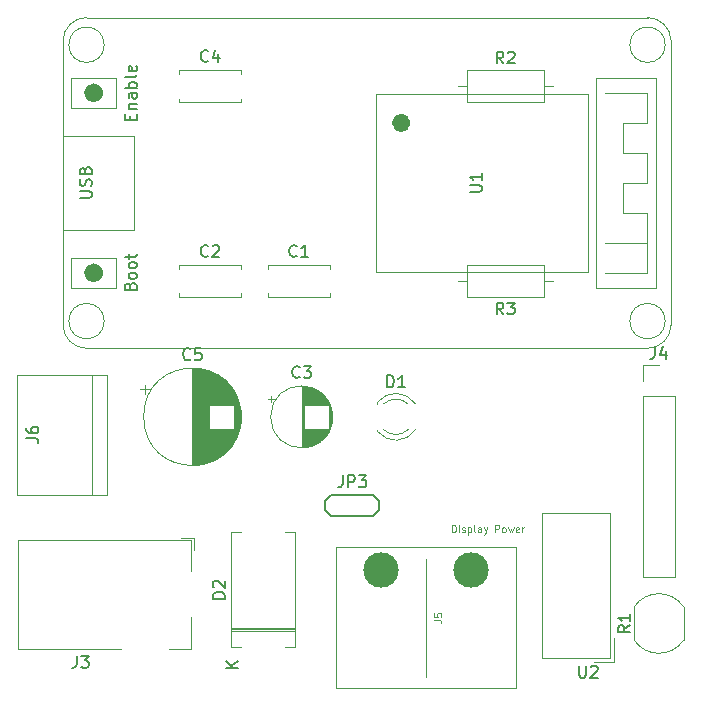
<source format=gbr>
%TF.GenerationSoftware,KiCad,Pcbnew,8.0.7-unknown-202501031821~9d36205ced~ubuntu20.04.1*%
%TF.CreationDate,2025-01-13T23:31:32-03:00*%
%TF.ProjectId,Wise-Shield-32,57697365-2d53-4686-9965-6c642d33322e,rev?*%
%TF.SameCoordinates,Original*%
%TF.FileFunction,Legend,Top*%
%TF.FilePolarity,Positive*%
%FSLAX46Y46*%
G04 Gerber Fmt 4.6, Leading zero omitted, Abs format (unit mm)*
G04 Created by KiCad (PCBNEW 8.0.7-unknown-202501031821~9d36205ced~ubuntu20.04.1) date 2025-01-13 23:31:32*
%MOMM*%
%LPD*%
G01*
G04 APERTURE LIST*
%ADD10C,0.150000*%
%ADD11C,0.125000*%
%ADD12C,0.120000*%
%ADD13C,1.000000*%
%ADD14C,0.800000*%
%ADD15C,3.000000*%
G04 APERTURE END LIST*
D10*
X125216666Y-100954819D02*
X125216666Y-101669104D01*
X125216666Y-101669104D02*
X125169047Y-101811961D01*
X125169047Y-101811961D02*
X125073809Y-101907200D01*
X125073809Y-101907200D02*
X124930952Y-101954819D01*
X124930952Y-101954819D02*
X124835714Y-101954819D01*
X125692857Y-101954819D02*
X125692857Y-100954819D01*
X125692857Y-100954819D02*
X126073809Y-100954819D01*
X126073809Y-100954819D02*
X126169047Y-101002438D01*
X126169047Y-101002438D02*
X126216666Y-101050057D01*
X126216666Y-101050057D02*
X126264285Y-101145295D01*
X126264285Y-101145295D02*
X126264285Y-101288152D01*
X126264285Y-101288152D02*
X126216666Y-101383390D01*
X126216666Y-101383390D02*
X126169047Y-101431009D01*
X126169047Y-101431009D02*
X126073809Y-101478628D01*
X126073809Y-101478628D02*
X125692857Y-101478628D01*
X126597619Y-100954819D02*
X127216666Y-100954819D01*
X127216666Y-100954819D02*
X126883333Y-101335771D01*
X126883333Y-101335771D02*
X127026190Y-101335771D01*
X127026190Y-101335771D02*
X127121428Y-101383390D01*
X127121428Y-101383390D02*
X127169047Y-101431009D01*
X127169047Y-101431009D02*
X127216666Y-101526247D01*
X127216666Y-101526247D02*
X127216666Y-101764342D01*
X127216666Y-101764342D02*
X127169047Y-101859580D01*
X127169047Y-101859580D02*
X127121428Y-101907200D01*
X127121428Y-101907200D02*
X127026190Y-101954819D01*
X127026190Y-101954819D02*
X126740476Y-101954819D01*
X126740476Y-101954819D02*
X126645238Y-101907200D01*
X126645238Y-101907200D02*
X126597619Y-101859580D01*
X121583333Y-92609580D02*
X121535714Y-92657200D01*
X121535714Y-92657200D02*
X121392857Y-92704819D01*
X121392857Y-92704819D02*
X121297619Y-92704819D01*
X121297619Y-92704819D02*
X121154762Y-92657200D01*
X121154762Y-92657200D02*
X121059524Y-92561961D01*
X121059524Y-92561961D02*
X121011905Y-92466723D01*
X121011905Y-92466723D02*
X120964286Y-92276247D01*
X120964286Y-92276247D02*
X120964286Y-92133390D01*
X120964286Y-92133390D02*
X121011905Y-91942914D01*
X121011905Y-91942914D02*
X121059524Y-91847676D01*
X121059524Y-91847676D02*
X121154762Y-91752438D01*
X121154762Y-91752438D02*
X121297619Y-91704819D01*
X121297619Y-91704819D02*
X121392857Y-91704819D01*
X121392857Y-91704819D02*
X121535714Y-91752438D01*
X121535714Y-91752438D02*
X121583333Y-91800057D01*
X121916667Y-91704819D02*
X122535714Y-91704819D01*
X122535714Y-91704819D02*
X122202381Y-92085771D01*
X122202381Y-92085771D02*
X122345238Y-92085771D01*
X122345238Y-92085771D02*
X122440476Y-92133390D01*
X122440476Y-92133390D02*
X122488095Y-92181009D01*
X122488095Y-92181009D02*
X122535714Y-92276247D01*
X122535714Y-92276247D02*
X122535714Y-92514342D01*
X122535714Y-92514342D02*
X122488095Y-92609580D01*
X122488095Y-92609580D02*
X122440476Y-92657200D01*
X122440476Y-92657200D02*
X122345238Y-92704819D01*
X122345238Y-92704819D02*
X122059524Y-92704819D01*
X122059524Y-92704819D02*
X121964286Y-92657200D01*
X121964286Y-92657200D02*
X121916667Y-92609580D01*
X98454819Y-97833333D02*
X99169104Y-97833333D01*
X99169104Y-97833333D02*
X99311961Y-97880952D01*
X99311961Y-97880952D02*
X99407200Y-97976190D01*
X99407200Y-97976190D02*
X99454819Y-98119047D01*
X99454819Y-98119047D02*
X99454819Y-98214285D01*
X98454819Y-96928571D02*
X98454819Y-97119047D01*
X98454819Y-97119047D02*
X98502438Y-97214285D01*
X98502438Y-97214285D02*
X98550057Y-97261904D01*
X98550057Y-97261904D02*
X98692914Y-97357142D01*
X98692914Y-97357142D02*
X98883390Y-97404761D01*
X98883390Y-97404761D02*
X99264342Y-97404761D01*
X99264342Y-97404761D02*
X99359580Y-97357142D01*
X99359580Y-97357142D02*
X99407200Y-97309523D01*
X99407200Y-97309523D02*
X99454819Y-97214285D01*
X99454819Y-97214285D02*
X99454819Y-97023809D01*
X99454819Y-97023809D02*
X99407200Y-96928571D01*
X99407200Y-96928571D02*
X99359580Y-96880952D01*
X99359580Y-96880952D02*
X99264342Y-96833333D01*
X99264342Y-96833333D02*
X99026247Y-96833333D01*
X99026247Y-96833333D02*
X98931009Y-96880952D01*
X98931009Y-96880952D02*
X98883390Y-96928571D01*
X98883390Y-96928571D02*
X98835771Y-97023809D01*
X98835771Y-97023809D02*
X98835771Y-97214285D01*
X98835771Y-97214285D02*
X98883390Y-97309523D01*
X98883390Y-97309523D02*
X98931009Y-97357142D01*
X98931009Y-97357142D02*
X99026247Y-97404761D01*
X128991905Y-93494819D02*
X128991905Y-92494819D01*
X128991905Y-92494819D02*
X129230000Y-92494819D01*
X129230000Y-92494819D02*
X129372857Y-92542438D01*
X129372857Y-92542438D02*
X129468095Y-92637676D01*
X129468095Y-92637676D02*
X129515714Y-92732914D01*
X129515714Y-92732914D02*
X129563333Y-92923390D01*
X129563333Y-92923390D02*
X129563333Y-93066247D01*
X129563333Y-93066247D02*
X129515714Y-93256723D01*
X129515714Y-93256723D02*
X129468095Y-93351961D01*
X129468095Y-93351961D02*
X129372857Y-93447200D01*
X129372857Y-93447200D02*
X129230000Y-93494819D01*
X129230000Y-93494819D02*
X128991905Y-93494819D01*
X130515714Y-93494819D02*
X129944286Y-93494819D01*
X130230000Y-93494819D02*
X130230000Y-92494819D01*
X130230000Y-92494819D02*
X130134762Y-92637676D01*
X130134762Y-92637676D02*
X130039524Y-92732914D01*
X130039524Y-92732914D02*
X129944286Y-92780533D01*
X113833333Y-65859580D02*
X113785714Y-65907200D01*
X113785714Y-65907200D02*
X113642857Y-65954819D01*
X113642857Y-65954819D02*
X113547619Y-65954819D01*
X113547619Y-65954819D02*
X113404762Y-65907200D01*
X113404762Y-65907200D02*
X113309524Y-65811961D01*
X113309524Y-65811961D02*
X113261905Y-65716723D01*
X113261905Y-65716723D02*
X113214286Y-65526247D01*
X113214286Y-65526247D02*
X113214286Y-65383390D01*
X113214286Y-65383390D02*
X113261905Y-65192914D01*
X113261905Y-65192914D02*
X113309524Y-65097676D01*
X113309524Y-65097676D02*
X113404762Y-65002438D01*
X113404762Y-65002438D02*
X113547619Y-64954819D01*
X113547619Y-64954819D02*
X113642857Y-64954819D01*
X113642857Y-64954819D02*
X113785714Y-65002438D01*
X113785714Y-65002438D02*
X113833333Y-65050057D01*
X114690476Y-65288152D02*
X114690476Y-65954819D01*
X114452381Y-64907200D02*
X114214286Y-65621485D01*
X114214286Y-65621485D02*
X114833333Y-65621485D01*
D11*
X132981071Y-113200000D02*
X133409642Y-113200000D01*
X133409642Y-113200000D02*
X133495357Y-113228571D01*
X133495357Y-113228571D02*
X133552500Y-113285714D01*
X133552500Y-113285714D02*
X133581071Y-113371428D01*
X133581071Y-113371428D02*
X133581071Y-113428571D01*
X132981071Y-112628571D02*
X132981071Y-112914285D01*
X132981071Y-112914285D02*
X133266785Y-112942857D01*
X133266785Y-112942857D02*
X133238214Y-112914285D01*
X133238214Y-112914285D02*
X133209642Y-112857143D01*
X133209642Y-112857143D02*
X133209642Y-112714285D01*
X133209642Y-112714285D02*
X133238214Y-112657143D01*
X133238214Y-112657143D02*
X133266785Y-112628571D01*
X133266785Y-112628571D02*
X133323928Y-112600000D01*
X133323928Y-112600000D02*
X133466785Y-112600000D01*
X133466785Y-112600000D02*
X133523928Y-112628571D01*
X133523928Y-112628571D02*
X133552500Y-112657143D01*
X133552500Y-112657143D02*
X133581071Y-112714285D01*
X133581071Y-112714285D02*
X133581071Y-112857143D01*
X133581071Y-112857143D02*
X133552500Y-112914285D01*
X133552500Y-112914285D02*
X133523928Y-112942857D01*
X134471429Y-105771071D02*
X134471429Y-105171071D01*
X134471429Y-105171071D02*
X134614286Y-105171071D01*
X134614286Y-105171071D02*
X134700000Y-105199642D01*
X134700000Y-105199642D02*
X134757143Y-105256785D01*
X134757143Y-105256785D02*
X134785714Y-105313928D01*
X134785714Y-105313928D02*
X134814286Y-105428214D01*
X134814286Y-105428214D02*
X134814286Y-105513928D01*
X134814286Y-105513928D02*
X134785714Y-105628214D01*
X134785714Y-105628214D02*
X134757143Y-105685357D01*
X134757143Y-105685357D02*
X134700000Y-105742500D01*
X134700000Y-105742500D02*
X134614286Y-105771071D01*
X134614286Y-105771071D02*
X134471429Y-105771071D01*
X135071429Y-105771071D02*
X135071429Y-105371071D01*
X135071429Y-105171071D02*
X135042857Y-105199642D01*
X135042857Y-105199642D02*
X135071429Y-105228214D01*
X135071429Y-105228214D02*
X135100000Y-105199642D01*
X135100000Y-105199642D02*
X135071429Y-105171071D01*
X135071429Y-105171071D02*
X135071429Y-105228214D01*
X135328571Y-105742500D02*
X135385714Y-105771071D01*
X135385714Y-105771071D02*
X135500000Y-105771071D01*
X135500000Y-105771071D02*
X135557143Y-105742500D01*
X135557143Y-105742500D02*
X135585714Y-105685357D01*
X135585714Y-105685357D02*
X135585714Y-105656785D01*
X135585714Y-105656785D02*
X135557143Y-105599642D01*
X135557143Y-105599642D02*
X135500000Y-105571071D01*
X135500000Y-105571071D02*
X135414286Y-105571071D01*
X135414286Y-105571071D02*
X135357143Y-105542500D01*
X135357143Y-105542500D02*
X135328571Y-105485357D01*
X135328571Y-105485357D02*
X135328571Y-105456785D01*
X135328571Y-105456785D02*
X135357143Y-105399642D01*
X135357143Y-105399642D02*
X135414286Y-105371071D01*
X135414286Y-105371071D02*
X135500000Y-105371071D01*
X135500000Y-105371071D02*
X135557143Y-105399642D01*
X135842857Y-105371071D02*
X135842857Y-105971071D01*
X135842857Y-105399642D02*
X135900000Y-105371071D01*
X135900000Y-105371071D02*
X136014285Y-105371071D01*
X136014285Y-105371071D02*
X136071428Y-105399642D01*
X136071428Y-105399642D02*
X136100000Y-105428214D01*
X136100000Y-105428214D02*
X136128571Y-105485357D01*
X136128571Y-105485357D02*
X136128571Y-105656785D01*
X136128571Y-105656785D02*
X136100000Y-105713928D01*
X136100000Y-105713928D02*
X136071428Y-105742500D01*
X136071428Y-105742500D02*
X136014285Y-105771071D01*
X136014285Y-105771071D02*
X135900000Y-105771071D01*
X135900000Y-105771071D02*
X135842857Y-105742500D01*
X136471428Y-105771071D02*
X136414285Y-105742500D01*
X136414285Y-105742500D02*
X136385714Y-105685357D01*
X136385714Y-105685357D02*
X136385714Y-105171071D01*
X136957143Y-105771071D02*
X136957143Y-105456785D01*
X136957143Y-105456785D02*
X136928571Y-105399642D01*
X136928571Y-105399642D02*
X136871428Y-105371071D01*
X136871428Y-105371071D02*
X136757143Y-105371071D01*
X136757143Y-105371071D02*
X136700000Y-105399642D01*
X136957143Y-105742500D02*
X136900000Y-105771071D01*
X136900000Y-105771071D02*
X136757143Y-105771071D01*
X136757143Y-105771071D02*
X136700000Y-105742500D01*
X136700000Y-105742500D02*
X136671428Y-105685357D01*
X136671428Y-105685357D02*
X136671428Y-105628214D01*
X136671428Y-105628214D02*
X136700000Y-105571071D01*
X136700000Y-105571071D02*
X136757143Y-105542500D01*
X136757143Y-105542500D02*
X136900000Y-105542500D01*
X136900000Y-105542500D02*
X136957143Y-105513928D01*
X137185714Y-105371071D02*
X137328571Y-105771071D01*
X137471428Y-105371071D02*
X137328571Y-105771071D01*
X137328571Y-105771071D02*
X137271428Y-105913928D01*
X137271428Y-105913928D02*
X137242857Y-105942500D01*
X137242857Y-105942500D02*
X137185714Y-105971071D01*
X138157143Y-105771071D02*
X138157143Y-105171071D01*
X138157143Y-105171071D02*
X138385714Y-105171071D01*
X138385714Y-105171071D02*
X138442857Y-105199642D01*
X138442857Y-105199642D02*
X138471428Y-105228214D01*
X138471428Y-105228214D02*
X138500000Y-105285357D01*
X138500000Y-105285357D02*
X138500000Y-105371071D01*
X138500000Y-105371071D02*
X138471428Y-105428214D01*
X138471428Y-105428214D02*
X138442857Y-105456785D01*
X138442857Y-105456785D02*
X138385714Y-105485357D01*
X138385714Y-105485357D02*
X138157143Y-105485357D01*
X138842857Y-105771071D02*
X138785714Y-105742500D01*
X138785714Y-105742500D02*
X138757143Y-105713928D01*
X138757143Y-105713928D02*
X138728571Y-105656785D01*
X138728571Y-105656785D02*
X138728571Y-105485357D01*
X138728571Y-105485357D02*
X138757143Y-105428214D01*
X138757143Y-105428214D02*
X138785714Y-105399642D01*
X138785714Y-105399642D02*
X138842857Y-105371071D01*
X138842857Y-105371071D02*
X138928571Y-105371071D01*
X138928571Y-105371071D02*
X138985714Y-105399642D01*
X138985714Y-105399642D02*
X139014286Y-105428214D01*
X139014286Y-105428214D02*
X139042857Y-105485357D01*
X139042857Y-105485357D02*
X139042857Y-105656785D01*
X139042857Y-105656785D02*
X139014286Y-105713928D01*
X139014286Y-105713928D02*
X138985714Y-105742500D01*
X138985714Y-105742500D02*
X138928571Y-105771071D01*
X138928571Y-105771071D02*
X138842857Y-105771071D01*
X139242857Y-105371071D02*
X139357143Y-105771071D01*
X139357143Y-105771071D02*
X139471428Y-105485357D01*
X139471428Y-105485357D02*
X139585714Y-105771071D01*
X139585714Y-105771071D02*
X139700000Y-105371071D01*
X140157142Y-105742500D02*
X140099999Y-105771071D01*
X140099999Y-105771071D02*
X139985714Y-105771071D01*
X139985714Y-105771071D02*
X139928571Y-105742500D01*
X139928571Y-105742500D02*
X139899999Y-105685357D01*
X139899999Y-105685357D02*
X139899999Y-105456785D01*
X139899999Y-105456785D02*
X139928571Y-105399642D01*
X139928571Y-105399642D02*
X139985714Y-105371071D01*
X139985714Y-105371071D02*
X140099999Y-105371071D01*
X140099999Y-105371071D02*
X140157142Y-105399642D01*
X140157142Y-105399642D02*
X140185714Y-105456785D01*
X140185714Y-105456785D02*
X140185714Y-105513928D01*
X140185714Y-105513928D02*
X139899999Y-105571071D01*
X140442857Y-105771071D02*
X140442857Y-105371071D01*
X140442857Y-105485357D02*
X140471428Y-105428214D01*
X140471428Y-105428214D02*
X140500000Y-105399642D01*
X140500000Y-105399642D02*
X140557142Y-105371071D01*
X140557142Y-105371071D02*
X140614285Y-105371071D01*
D10*
X135984819Y-76961904D02*
X136794342Y-76961904D01*
X136794342Y-76961904D02*
X136889580Y-76914285D01*
X136889580Y-76914285D02*
X136937200Y-76866666D01*
X136937200Y-76866666D02*
X136984819Y-76771428D01*
X136984819Y-76771428D02*
X136984819Y-76580952D01*
X136984819Y-76580952D02*
X136937200Y-76485714D01*
X136937200Y-76485714D02*
X136889580Y-76438095D01*
X136889580Y-76438095D02*
X136794342Y-76390476D01*
X136794342Y-76390476D02*
X135984819Y-76390476D01*
X136984819Y-75390476D02*
X136984819Y-75961904D01*
X136984819Y-75676190D02*
X135984819Y-75676190D01*
X135984819Y-75676190D02*
X136127676Y-75771428D01*
X136127676Y-75771428D02*
X136222914Y-75866666D01*
X136222914Y-75866666D02*
X136270533Y-75961904D01*
X107251009Y-84939047D02*
X107298628Y-84796190D01*
X107298628Y-84796190D02*
X107346247Y-84748571D01*
X107346247Y-84748571D02*
X107441485Y-84700952D01*
X107441485Y-84700952D02*
X107584342Y-84700952D01*
X107584342Y-84700952D02*
X107679580Y-84748571D01*
X107679580Y-84748571D02*
X107727200Y-84796190D01*
X107727200Y-84796190D02*
X107774819Y-84891428D01*
X107774819Y-84891428D02*
X107774819Y-85272380D01*
X107774819Y-85272380D02*
X106774819Y-85272380D01*
X106774819Y-85272380D02*
X106774819Y-84939047D01*
X106774819Y-84939047D02*
X106822438Y-84843809D01*
X106822438Y-84843809D02*
X106870057Y-84796190D01*
X106870057Y-84796190D02*
X106965295Y-84748571D01*
X106965295Y-84748571D02*
X107060533Y-84748571D01*
X107060533Y-84748571D02*
X107155771Y-84796190D01*
X107155771Y-84796190D02*
X107203390Y-84843809D01*
X107203390Y-84843809D02*
X107251009Y-84939047D01*
X107251009Y-84939047D02*
X107251009Y-85272380D01*
X107774819Y-84129523D02*
X107727200Y-84224761D01*
X107727200Y-84224761D02*
X107679580Y-84272380D01*
X107679580Y-84272380D02*
X107584342Y-84319999D01*
X107584342Y-84319999D02*
X107298628Y-84319999D01*
X107298628Y-84319999D02*
X107203390Y-84272380D01*
X107203390Y-84272380D02*
X107155771Y-84224761D01*
X107155771Y-84224761D02*
X107108152Y-84129523D01*
X107108152Y-84129523D02*
X107108152Y-83986666D01*
X107108152Y-83986666D02*
X107155771Y-83891428D01*
X107155771Y-83891428D02*
X107203390Y-83843809D01*
X107203390Y-83843809D02*
X107298628Y-83796190D01*
X107298628Y-83796190D02*
X107584342Y-83796190D01*
X107584342Y-83796190D02*
X107679580Y-83843809D01*
X107679580Y-83843809D02*
X107727200Y-83891428D01*
X107727200Y-83891428D02*
X107774819Y-83986666D01*
X107774819Y-83986666D02*
X107774819Y-84129523D01*
X107774819Y-83224761D02*
X107727200Y-83319999D01*
X107727200Y-83319999D02*
X107679580Y-83367618D01*
X107679580Y-83367618D02*
X107584342Y-83415237D01*
X107584342Y-83415237D02*
X107298628Y-83415237D01*
X107298628Y-83415237D02*
X107203390Y-83367618D01*
X107203390Y-83367618D02*
X107155771Y-83319999D01*
X107155771Y-83319999D02*
X107108152Y-83224761D01*
X107108152Y-83224761D02*
X107108152Y-83081904D01*
X107108152Y-83081904D02*
X107155771Y-82986666D01*
X107155771Y-82986666D02*
X107203390Y-82939047D01*
X107203390Y-82939047D02*
X107298628Y-82891428D01*
X107298628Y-82891428D02*
X107584342Y-82891428D01*
X107584342Y-82891428D02*
X107679580Y-82939047D01*
X107679580Y-82939047D02*
X107727200Y-82986666D01*
X107727200Y-82986666D02*
X107774819Y-83081904D01*
X107774819Y-83081904D02*
X107774819Y-83224761D01*
X107108152Y-82605713D02*
X107108152Y-82224761D01*
X106774819Y-82462856D02*
X107631961Y-82462856D01*
X107631961Y-82462856D02*
X107727200Y-82415237D01*
X107727200Y-82415237D02*
X107774819Y-82319999D01*
X107774819Y-82319999D02*
X107774819Y-82224761D01*
X102964819Y-77461904D02*
X103774342Y-77461904D01*
X103774342Y-77461904D02*
X103869580Y-77414285D01*
X103869580Y-77414285D02*
X103917200Y-77366666D01*
X103917200Y-77366666D02*
X103964819Y-77271428D01*
X103964819Y-77271428D02*
X103964819Y-77080952D01*
X103964819Y-77080952D02*
X103917200Y-76985714D01*
X103917200Y-76985714D02*
X103869580Y-76938095D01*
X103869580Y-76938095D02*
X103774342Y-76890476D01*
X103774342Y-76890476D02*
X102964819Y-76890476D01*
X103917200Y-76461904D02*
X103964819Y-76319047D01*
X103964819Y-76319047D02*
X103964819Y-76080952D01*
X103964819Y-76080952D02*
X103917200Y-75985714D01*
X103917200Y-75985714D02*
X103869580Y-75938095D01*
X103869580Y-75938095D02*
X103774342Y-75890476D01*
X103774342Y-75890476D02*
X103679104Y-75890476D01*
X103679104Y-75890476D02*
X103583866Y-75938095D01*
X103583866Y-75938095D02*
X103536247Y-75985714D01*
X103536247Y-75985714D02*
X103488628Y-76080952D01*
X103488628Y-76080952D02*
X103441009Y-76271428D01*
X103441009Y-76271428D02*
X103393390Y-76366666D01*
X103393390Y-76366666D02*
X103345771Y-76414285D01*
X103345771Y-76414285D02*
X103250533Y-76461904D01*
X103250533Y-76461904D02*
X103155295Y-76461904D01*
X103155295Y-76461904D02*
X103060057Y-76414285D01*
X103060057Y-76414285D02*
X103012438Y-76366666D01*
X103012438Y-76366666D02*
X102964819Y-76271428D01*
X102964819Y-76271428D02*
X102964819Y-76033333D01*
X102964819Y-76033333D02*
X103012438Y-75890476D01*
X103441009Y-75128571D02*
X103488628Y-74985714D01*
X103488628Y-74985714D02*
X103536247Y-74938095D01*
X103536247Y-74938095D02*
X103631485Y-74890476D01*
X103631485Y-74890476D02*
X103774342Y-74890476D01*
X103774342Y-74890476D02*
X103869580Y-74938095D01*
X103869580Y-74938095D02*
X103917200Y-74985714D01*
X103917200Y-74985714D02*
X103964819Y-75080952D01*
X103964819Y-75080952D02*
X103964819Y-75461904D01*
X103964819Y-75461904D02*
X102964819Y-75461904D01*
X102964819Y-75461904D02*
X102964819Y-75128571D01*
X102964819Y-75128571D02*
X103012438Y-75033333D01*
X103012438Y-75033333D02*
X103060057Y-74985714D01*
X103060057Y-74985714D02*
X103155295Y-74938095D01*
X103155295Y-74938095D02*
X103250533Y-74938095D01*
X103250533Y-74938095D02*
X103345771Y-74985714D01*
X103345771Y-74985714D02*
X103393390Y-75033333D01*
X103393390Y-75033333D02*
X103441009Y-75128571D01*
X103441009Y-75128571D02*
X103441009Y-75461904D01*
X107251009Y-70841904D02*
X107251009Y-70508571D01*
X107774819Y-70365714D02*
X107774819Y-70841904D01*
X107774819Y-70841904D02*
X106774819Y-70841904D01*
X106774819Y-70841904D02*
X106774819Y-70365714D01*
X107108152Y-69937142D02*
X107774819Y-69937142D01*
X107203390Y-69937142D02*
X107155771Y-69889523D01*
X107155771Y-69889523D02*
X107108152Y-69794285D01*
X107108152Y-69794285D02*
X107108152Y-69651428D01*
X107108152Y-69651428D02*
X107155771Y-69556190D01*
X107155771Y-69556190D02*
X107251009Y-69508571D01*
X107251009Y-69508571D02*
X107774819Y-69508571D01*
X107774819Y-68603809D02*
X107251009Y-68603809D01*
X107251009Y-68603809D02*
X107155771Y-68651428D01*
X107155771Y-68651428D02*
X107108152Y-68746666D01*
X107108152Y-68746666D02*
X107108152Y-68937142D01*
X107108152Y-68937142D02*
X107155771Y-69032380D01*
X107727200Y-68603809D02*
X107774819Y-68699047D01*
X107774819Y-68699047D02*
X107774819Y-68937142D01*
X107774819Y-68937142D02*
X107727200Y-69032380D01*
X107727200Y-69032380D02*
X107631961Y-69079999D01*
X107631961Y-69079999D02*
X107536723Y-69079999D01*
X107536723Y-69079999D02*
X107441485Y-69032380D01*
X107441485Y-69032380D02*
X107393866Y-68937142D01*
X107393866Y-68937142D02*
X107393866Y-68699047D01*
X107393866Y-68699047D02*
X107346247Y-68603809D01*
X107774819Y-68127618D02*
X106774819Y-68127618D01*
X107155771Y-68127618D02*
X107108152Y-68032380D01*
X107108152Y-68032380D02*
X107108152Y-67841904D01*
X107108152Y-67841904D02*
X107155771Y-67746666D01*
X107155771Y-67746666D02*
X107203390Y-67699047D01*
X107203390Y-67699047D02*
X107298628Y-67651428D01*
X107298628Y-67651428D02*
X107584342Y-67651428D01*
X107584342Y-67651428D02*
X107679580Y-67699047D01*
X107679580Y-67699047D02*
X107727200Y-67746666D01*
X107727200Y-67746666D02*
X107774819Y-67841904D01*
X107774819Y-67841904D02*
X107774819Y-68032380D01*
X107774819Y-68032380D02*
X107727200Y-68127618D01*
X107774819Y-67079999D02*
X107727200Y-67175237D01*
X107727200Y-67175237D02*
X107631961Y-67222856D01*
X107631961Y-67222856D02*
X106774819Y-67222856D01*
X107727200Y-66318094D02*
X107774819Y-66413332D01*
X107774819Y-66413332D02*
X107774819Y-66603808D01*
X107774819Y-66603808D02*
X107727200Y-66699046D01*
X107727200Y-66699046D02*
X107631961Y-66746665D01*
X107631961Y-66746665D02*
X107251009Y-66746665D01*
X107251009Y-66746665D02*
X107155771Y-66699046D01*
X107155771Y-66699046D02*
X107108152Y-66603808D01*
X107108152Y-66603808D02*
X107108152Y-66413332D01*
X107108152Y-66413332D02*
X107155771Y-66318094D01*
X107155771Y-66318094D02*
X107251009Y-66270475D01*
X107251009Y-66270475D02*
X107346247Y-66270475D01*
X107346247Y-66270475D02*
X107441485Y-66746665D01*
X149554819Y-113666666D02*
X149078628Y-113999999D01*
X149554819Y-114238094D02*
X148554819Y-114238094D01*
X148554819Y-114238094D02*
X148554819Y-113857142D01*
X148554819Y-113857142D02*
X148602438Y-113761904D01*
X148602438Y-113761904D02*
X148650057Y-113714285D01*
X148650057Y-113714285D02*
X148745295Y-113666666D01*
X148745295Y-113666666D02*
X148888152Y-113666666D01*
X148888152Y-113666666D02*
X148983390Y-113714285D01*
X148983390Y-113714285D02*
X149031009Y-113761904D01*
X149031009Y-113761904D02*
X149078628Y-113857142D01*
X149078628Y-113857142D02*
X149078628Y-114238094D01*
X149554819Y-112714285D02*
X149554819Y-113285713D01*
X149554819Y-112999999D02*
X148554819Y-112999999D01*
X148554819Y-112999999D02*
X148697676Y-113095237D01*
X148697676Y-113095237D02*
X148792914Y-113190475D01*
X148792914Y-113190475D02*
X148840533Y-113285713D01*
X113833333Y-82359580D02*
X113785714Y-82407200D01*
X113785714Y-82407200D02*
X113642857Y-82454819D01*
X113642857Y-82454819D02*
X113547619Y-82454819D01*
X113547619Y-82454819D02*
X113404762Y-82407200D01*
X113404762Y-82407200D02*
X113309524Y-82311961D01*
X113309524Y-82311961D02*
X113261905Y-82216723D01*
X113261905Y-82216723D02*
X113214286Y-82026247D01*
X113214286Y-82026247D02*
X113214286Y-81883390D01*
X113214286Y-81883390D02*
X113261905Y-81692914D01*
X113261905Y-81692914D02*
X113309524Y-81597676D01*
X113309524Y-81597676D02*
X113404762Y-81502438D01*
X113404762Y-81502438D02*
X113547619Y-81454819D01*
X113547619Y-81454819D02*
X113642857Y-81454819D01*
X113642857Y-81454819D02*
X113785714Y-81502438D01*
X113785714Y-81502438D02*
X113833333Y-81550057D01*
X114214286Y-81550057D02*
X114261905Y-81502438D01*
X114261905Y-81502438D02*
X114357143Y-81454819D01*
X114357143Y-81454819D02*
X114595238Y-81454819D01*
X114595238Y-81454819D02*
X114690476Y-81502438D01*
X114690476Y-81502438D02*
X114738095Y-81550057D01*
X114738095Y-81550057D02*
X114785714Y-81645295D01*
X114785714Y-81645295D02*
X114785714Y-81740533D01*
X114785714Y-81740533D02*
X114738095Y-81883390D01*
X114738095Y-81883390D02*
X114166667Y-82454819D01*
X114166667Y-82454819D02*
X114785714Y-82454819D01*
X112333333Y-91109580D02*
X112285714Y-91157200D01*
X112285714Y-91157200D02*
X112142857Y-91204819D01*
X112142857Y-91204819D02*
X112047619Y-91204819D01*
X112047619Y-91204819D02*
X111904762Y-91157200D01*
X111904762Y-91157200D02*
X111809524Y-91061961D01*
X111809524Y-91061961D02*
X111761905Y-90966723D01*
X111761905Y-90966723D02*
X111714286Y-90776247D01*
X111714286Y-90776247D02*
X111714286Y-90633390D01*
X111714286Y-90633390D02*
X111761905Y-90442914D01*
X111761905Y-90442914D02*
X111809524Y-90347676D01*
X111809524Y-90347676D02*
X111904762Y-90252438D01*
X111904762Y-90252438D02*
X112047619Y-90204819D01*
X112047619Y-90204819D02*
X112142857Y-90204819D01*
X112142857Y-90204819D02*
X112285714Y-90252438D01*
X112285714Y-90252438D02*
X112333333Y-90300057D01*
X113238095Y-90204819D02*
X112761905Y-90204819D01*
X112761905Y-90204819D02*
X112714286Y-90681009D01*
X112714286Y-90681009D02*
X112761905Y-90633390D01*
X112761905Y-90633390D02*
X112857143Y-90585771D01*
X112857143Y-90585771D02*
X113095238Y-90585771D01*
X113095238Y-90585771D02*
X113190476Y-90633390D01*
X113190476Y-90633390D02*
X113238095Y-90681009D01*
X113238095Y-90681009D02*
X113285714Y-90776247D01*
X113285714Y-90776247D02*
X113285714Y-91014342D01*
X113285714Y-91014342D02*
X113238095Y-91109580D01*
X113238095Y-91109580D02*
X113190476Y-91157200D01*
X113190476Y-91157200D02*
X113095238Y-91204819D01*
X113095238Y-91204819D02*
X112857143Y-91204819D01*
X112857143Y-91204819D02*
X112761905Y-91157200D01*
X112761905Y-91157200D02*
X112714286Y-91109580D01*
X115234819Y-111388094D02*
X114234819Y-111388094D01*
X114234819Y-111388094D02*
X114234819Y-111149999D01*
X114234819Y-111149999D02*
X114282438Y-111007142D01*
X114282438Y-111007142D02*
X114377676Y-110911904D01*
X114377676Y-110911904D02*
X114472914Y-110864285D01*
X114472914Y-110864285D02*
X114663390Y-110816666D01*
X114663390Y-110816666D02*
X114806247Y-110816666D01*
X114806247Y-110816666D02*
X114996723Y-110864285D01*
X114996723Y-110864285D02*
X115091961Y-110911904D01*
X115091961Y-110911904D02*
X115187200Y-111007142D01*
X115187200Y-111007142D02*
X115234819Y-111149999D01*
X115234819Y-111149999D02*
X115234819Y-111388094D01*
X114330057Y-110435713D02*
X114282438Y-110388094D01*
X114282438Y-110388094D02*
X114234819Y-110292856D01*
X114234819Y-110292856D02*
X114234819Y-110054761D01*
X114234819Y-110054761D02*
X114282438Y-109959523D01*
X114282438Y-109959523D02*
X114330057Y-109911904D01*
X114330057Y-109911904D02*
X114425295Y-109864285D01*
X114425295Y-109864285D02*
X114520533Y-109864285D01*
X114520533Y-109864285D02*
X114663390Y-109911904D01*
X114663390Y-109911904D02*
X115234819Y-110483332D01*
X115234819Y-110483332D02*
X115234819Y-109864285D01*
X116354819Y-117261904D02*
X115354819Y-117261904D01*
X116354819Y-116690476D02*
X115783390Y-117119047D01*
X115354819Y-116690476D02*
X115926247Y-117261904D01*
X138833333Y-66084819D02*
X138500000Y-65608628D01*
X138261905Y-66084819D02*
X138261905Y-65084819D01*
X138261905Y-65084819D02*
X138642857Y-65084819D01*
X138642857Y-65084819D02*
X138738095Y-65132438D01*
X138738095Y-65132438D02*
X138785714Y-65180057D01*
X138785714Y-65180057D02*
X138833333Y-65275295D01*
X138833333Y-65275295D02*
X138833333Y-65418152D01*
X138833333Y-65418152D02*
X138785714Y-65513390D01*
X138785714Y-65513390D02*
X138738095Y-65561009D01*
X138738095Y-65561009D02*
X138642857Y-65608628D01*
X138642857Y-65608628D02*
X138261905Y-65608628D01*
X139214286Y-65180057D02*
X139261905Y-65132438D01*
X139261905Y-65132438D02*
X139357143Y-65084819D01*
X139357143Y-65084819D02*
X139595238Y-65084819D01*
X139595238Y-65084819D02*
X139690476Y-65132438D01*
X139690476Y-65132438D02*
X139738095Y-65180057D01*
X139738095Y-65180057D02*
X139785714Y-65275295D01*
X139785714Y-65275295D02*
X139785714Y-65370533D01*
X139785714Y-65370533D02*
X139738095Y-65513390D01*
X139738095Y-65513390D02*
X139166667Y-66084819D01*
X139166667Y-66084819D02*
X139785714Y-66084819D01*
X145238095Y-117074819D02*
X145238095Y-117884342D01*
X145238095Y-117884342D02*
X145285714Y-117979580D01*
X145285714Y-117979580D02*
X145333333Y-118027200D01*
X145333333Y-118027200D02*
X145428571Y-118074819D01*
X145428571Y-118074819D02*
X145619047Y-118074819D01*
X145619047Y-118074819D02*
X145714285Y-118027200D01*
X145714285Y-118027200D02*
X145761904Y-117979580D01*
X145761904Y-117979580D02*
X145809523Y-117884342D01*
X145809523Y-117884342D02*
X145809523Y-117074819D01*
X146238095Y-117170057D02*
X146285714Y-117122438D01*
X146285714Y-117122438D02*
X146380952Y-117074819D01*
X146380952Y-117074819D02*
X146619047Y-117074819D01*
X146619047Y-117074819D02*
X146714285Y-117122438D01*
X146714285Y-117122438D02*
X146761904Y-117170057D01*
X146761904Y-117170057D02*
X146809523Y-117265295D01*
X146809523Y-117265295D02*
X146809523Y-117360533D01*
X146809523Y-117360533D02*
X146761904Y-117503390D01*
X146761904Y-117503390D02*
X146190476Y-118074819D01*
X146190476Y-118074819D02*
X146809523Y-118074819D01*
X151666666Y-90084819D02*
X151666666Y-90799104D01*
X151666666Y-90799104D02*
X151619047Y-90941961D01*
X151619047Y-90941961D02*
X151523809Y-91037200D01*
X151523809Y-91037200D02*
X151380952Y-91084819D01*
X151380952Y-91084819D02*
X151285714Y-91084819D01*
X152571428Y-90418152D02*
X152571428Y-91084819D01*
X152333333Y-90037200D02*
X152095238Y-90751485D01*
X152095238Y-90751485D02*
X152714285Y-90751485D01*
X102716666Y-116247319D02*
X102716666Y-116961604D01*
X102716666Y-116961604D02*
X102669047Y-117104461D01*
X102669047Y-117104461D02*
X102573809Y-117199700D01*
X102573809Y-117199700D02*
X102430952Y-117247319D01*
X102430952Y-117247319D02*
X102335714Y-117247319D01*
X103097619Y-116247319D02*
X103716666Y-116247319D01*
X103716666Y-116247319D02*
X103383333Y-116628271D01*
X103383333Y-116628271D02*
X103526190Y-116628271D01*
X103526190Y-116628271D02*
X103621428Y-116675890D01*
X103621428Y-116675890D02*
X103669047Y-116723509D01*
X103669047Y-116723509D02*
X103716666Y-116818747D01*
X103716666Y-116818747D02*
X103716666Y-117056842D01*
X103716666Y-117056842D02*
X103669047Y-117152080D01*
X103669047Y-117152080D02*
X103621428Y-117199700D01*
X103621428Y-117199700D02*
X103526190Y-117247319D01*
X103526190Y-117247319D02*
X103240476Y-117247319D01*
X103240476Y-117247319D02*
X103145238Y-117199700D01*
X103145238Y-117199700D02*
X103097619Y-117152080D01*
X138833333Y-87324819D02*
X138500000Y-86848628D01*
X138261905Y-87324819D02*
X138261905Y-86324819D01*
X138261905Y-86324819D02*
X138642857Y-86324819D01*
X138642857Y-86324819D02*
X138738095Y-86372438D01*
X138738095Y-86372438D02*
X138785714Y-86420057D01*
X138785714Y-86420057D02*
X138833333Y-86515295D01*
X138833333Y-86515295D02*
X138833333Y-86658152D01*
X138833333Y-86658152D02*
X138785714Y-86753390D01*
X138785714Y-86753390D02*
X138738095Y-86801009D01*
X138738095Y-86801009D02*
X138642857Y-86848628D01*
X138642857Y-86848628D02*
X138261905Y-86848628D01*
X139166667Y-86324819D02*
X139785714Y-86324819D01*
X139785714Y-86324819D02*
X139452381Y-86705771D01*
X139452381Y-86705771D02*
X139595238Y-86705771D01*
X139595238Y-86705771D02*
X139690476Y-86753390D01*
X139690476Y-86753390D02*
X139738095Y-86801009D01*
X139738095Y-86801009D02*
X139785714Y-86896247D01*
X139785714Y-86896247D02*
X139785714Y-87134342D01*
X139785714Y-87134342D02*
X139738095Y-87229580D01*
X139738095Y-87229580D02*
X139690476Y-87277200D01*
X139690476Y-87277200D02*
X139595238Y-87324819D01*
X139595238Y-87324819D02*
X139309524Y-87324819D01*
X139309524Y-87324819D02*
X139214286Y-87277200D01*
X139214286Y-87277200D02*
X139166667Y-87229580D01*
X121333333Y-82359580D02*
X121285714Y-82407200D01*
X121285714Y-82407200D02*
X121142857Y-82454819D01*
X121142857Y-82454819D02*
X121047619Y-82454819D01*
X121047619Y-82454819D02*
X120904762Y-82407200D01*
X120904762Y-82407200D02*
X120809524Y-82311961D01*
X120809524Y-82311961D02*
X120761905Y-82216723D01*
X120761905Y-82216723D02*
X120714286Y-82026247D01*
X120714286Y-82026247D02*
X120714286Y-81883390D01*
X120714286Y-81883390D02*
X120761905Y-81692914D01*
X120761905Y-81692914D02*
X120809524Y-81597676D01*
X120809524Y-81597676D02*
X120904762Y-81502438D01*
X120904762Y-81502438D02*
X121047619Y-81454819D01*
X121047619Y-81454819D02*
X121142857Y-81454819D01*
X121142857Y-81454819D02*
X121285714Y-81502438D01*
X121285714Y-81502438D02*
X121333333Y-81550057D01*
X122285714Y-82454819D02*
X121714286Y-82454819D01*
X122000000Y-82454819D02*
X122000000Y-81454819D01*
X122000000Y-81454819D02*
X121904762Y-81597676D01*
X121904762Y-81597676D02*
X121809524Y-81692914D01*
X121809524Y-81692914D02*
X121714286Y-81740533D01*
%TO.C,JP3*%
X123720000Y-103100000D02*
X124220000Y-102600000D01*
X123720000Y-103900000D02*
X123720000Y-103100000D01*
X124220000Y-102600000D02*
X127820000Y-102600000D01*
X124220000Y-104400000D02*
X123720000Y-103900000D01*
X127820000Y-102600000D02*
X128320000Y-103100000D01*
X127820000Y-104400000D02*
X124220000Y-104400000D01*
X128320000Y-103100000D02*
X128320000Y-103900000D01*
X128320000Y-103900000D02*
X127820000Y-104400000D01*
D12*
%TO.C,C3*%
X118945225Y-94525000D02*
X119445225Y-94525000D01*
X119195225Y-94275000D02*
X119195225Y-94775000D01*
X121750000Y-93420000D02*
X121750000Y-98580000D01*
X121790000Y-93420000D02*
X121790000Y-98580000D01*
X121830000Y-93421000D02*
X121830000Y-98579000D01*
X121870000Y-93422000D02*
X121870000Y-98578000D01*
X121910000Y-93424000D02*
X121910000Y-98576000D01*
X121950000Y-93427000D02*
X121950000Y-98573000D01*
X121990000Y-93431000D02*
X121990000Y-94960000D01*
X121990000Y-97040000D02*
X121990000Y-98569000D01*
X122030000Y-93435000D02*
X122030000Y-94960000D01*
X122030000Y-97040000D02*
X122030000Y-98565000D01*
X122070000Y-93439000D02*
X122070000Y-94960000D01*
X122070000Y-97040000D02*
X122070000Y-98561000D01*
X122110000Y-93444000D02*
X122110000Y-94960000D01*
X122110000Y-97040000D02*
X122110000Y-98556000D01*
X122150000Y-93450000D02*
X122150000Y-94960000D01*
X122150000Y-97040000D02*
X122150000Y-98550000D01*
X122190000Y-93457000D02*
X122190000Y-94960000D01*
X122190000Y-97040000D02*
X122190000Y-98543000D01*
X122230000Y-93464000D02*
X122230000Y-94960000D01*
X122230000Y-97040000D02*
X122230000Y-98536000D01*
X122270000Y-93472000D02*
X122270000Y-94960000D01*
X122270000Y-97040000D02*
X122270000Y-98528000D01*
X122310000Y-93480000D02*
X122310000Y-94960000D01*
X122310000Y-97040000D02*
X122310000Y-98520000D01*
X122350000Y-93489000D02*
X122350000Y-94960000D01*
X122350000Y-97040000D02*
X122350000Y-98511000D01*
X122390000Y-93499000D02*
X122390000Y-94960000D01*
X122390000Y-97040000D02*
X122390000Y-98501000D01*
X122430000Y-93509000D02*
X122430000Y-94960000D01*
X122430000Y-97040000D02*
X122430000Y-98491000D01*
X122471000Y-93520000D02*
X122471000Y-94960000D01*
X122471000Y-97040000D02*
X122471000Y-98480000D01*
X122511000Y-93532000D02*
X122511000Y-94960000D01*
X122511000Y-97040000D02*
X122511000Y-98468000D01*
X122551000Y-93545000D02*
X122551000Y-94960000D01*
X122551000Y-97040000D02*
X122551000Y-98455000D01*
X122591000Y-93558000D02*
X122591000Y-94960000D01*
X122591000Y-97040000D02*
X122591000Y-98442000D01*
X122631000Y-93572000D02*
X122631000Y-94960000D01*
X122631000Y-97040000D02*
X122631000Y-98428000D01*
X122671000Y-93586000D02*
X122671000Y-94960000D01*
X122671000Y-97040000D02*
X122671000Y-98414000D01*
X122711000Y-93602000D02*
X122711000Y-94960000D01*
X122711000Y-97040000D02*
X122711000Y-98398000D01*
X122751000Y-93618000D02*
X122751000Y-94960000D01*
X122751000Y-97040000D02*
X122751000Y-98382000D01*
X122791000Y-93635000D02*
X122791000Y-94960000D01*
X122791000Y-97040000D02*
X122791000Y-98365000D01*
X122831000Y-93652000D02*
X122831000Y-94960000D01*
X122831000Y-97040000D02*
X122831000Y-98348000D01*
X122871000Y-93671000D02*
X122871000Y-94960000D01*
X122871000Y-97040000D02*
X122871000Y-98329000D01*
X122911000Y-93690000D02*
X122911000Y-94960000D01*
X122911000Y-97040000D02*
X122911000Y-98310000D01*
X122951000Y-93710000D02*
X122951000Y-94960000D01*
X122951000Y-97040000D02*
X122951000Y-98290000D01*
X122991000Y-93732000D02*
X122991000Y-94960000D01*
X122991000Y-97040000D02*
X122991000Y-98268000D01*
X123031000Y-93753000D02*
X123031000Y-94960000D01*
X123031000Y-97040000D02*
X123031000Y-98247000D01*
X123071000Y-93776000D02*
X123071000Y-94960000D01*
X123071000Y-97040000D02*
X123071000Y-98224000D01*
X123111000Y-93800000D02*
X123111000Y-94960000D01*
X123111000Y-97040000D02*
X123111000Y-98200000D01*
X123151000Y-93825000D02*
X123151000Y-94960000D01*
X123151000Y-97040000D02*
X123151000Y-98175000D01*
X123191000Y-93851000D02*
X123191000Y-94960000D01*
X123191000Y-97040000D02*
X123191000Y-98149000D01*
X123231000Y-93878000D02*
X123231000Y-94960000D01*
X123231000Y-97040000D02*
X123231000Y-98122000D01*
X123271000Y-93905000D02*
X123271000Y-94960000D01*
X123271000Y-97040000D02*
X123271000Y-98095000D01*
X123311000Y-93935000D02*
X123311000Y-94960000D01*
X123311000Y-97040000D02*
X123311000Y-98065000D01*
X123351000Y-93965000D02*
X123351000Y-94960000D01*
X123351000Y-97040000D02*
X123351000Y-98035000D01*
X123391000Y-93996000D02*
X123391000Y-94960000D01*
X123391000Y-97040000D02*
X123391000Y-98004000D01*
X123431000Y-94029000D02*
X123431000Y-94960000D01*
X123431000Y-97040000D02*
X123431000Y-97971000D01*
X123471000Y-94063000D02*
X123471000Y-94960000D01*
X123471000Y-97040000D02*
X123471000Y-97937000D01*
X123511000Y-94099000D02*
X123511000Y-94960000D01*
X123511000Y-97040000D02*
X123511000Y-97901000D01*
X123551000Y-94136000D02*
X123551000Y-94960000D01*
X123551000Y-97040000D02*
X123551000Y-97864000D01*
X123591000Y-94174000D02*
X123591000Y-94960000D01*
X123591000Y-97040000D02*
X123591000Y-97826000D01*
X123631000Y-94215000D02*
X123631000Y-94960000D01*
X123631000Y-97040000D02*
X123631000Y-97785000D01*
X123671000Y-94257000D02*
X123671000Y-94960000D01*
X123671000Y-97040000D02*
X123671000Y-97743000D01*
X123711000Y-94301000D02*
X123711000Y-94960000D01*
X123711000Y-97040000D02*
X123711000Y-97699000D01*
X123751000Y-94347000D02*
X123751000Y-94960000D01*
X123751000Y-97040000D02*
X123751000Y-97653000D01*
X123791000Y-94395000D02*
X123791000Y-94960000D01*
X123791000Y-97040000D02*
X123791000Y-97605000D01*
X123831000Y-94446000D02*
X123831000Y-94960000D01*
X123831000Y-97040000D02*
X123831000Y-97554000D01*
X123871000Y-94500000D02*
X123871000Y-94960000D01*
X123871000Y-97040000D02*
X123871000Y-97500000D01*
X123911000Y-94557000D02*
X123911000Y-94960000D01*
X123911000Y-97040000D02*
X123911000Y-97443000D01*
X123951000Y-94617000D02*
X123951000Y-94960000D01*
X123951000Y-97040000D02*
X123951000Y-97383000D01*
X123991000Y-94681000D02*
X123991000Y-94960000D01*
X123991000Y-97040000D02*
X123991000Y-97319000D01*
X124031000Y-94749000D02*
X124031000Y-94960000D01*
X124031000Y-97040000D02*
X124031000Y-97251000D01*
X124071000Y-94822000D02*
X124071000Y-97178000D01*
X124111000Y-94902000D02*
X124111000Y-97098000D01*
X124151000Y-94989000D02*
X124151000Y-97011000D01*
X124191000Y-95085000D02*
X124191000Y-96915000D01*
X124231000Y-95195000D02*
X124231000Y-96805000D01*
X124271000Y-95323000D02*
X124271000Y-96677000D01*
X124311000Y-95482000D02*
X124311000Y-96518000D01*
X124351000Y-95716000D02*
X124351000Y-96284000D01*
X124370000Y-96000000D02*
G75*
G02*
X119130000Y-96000000I-2620000J0D01*
G01*
X119130000Y-96000000D02*
G75*
G02*
X124370000Y-96000000I2620000J0D01*
G01*
%TO.C,J6*%
X97690000Y-92420000D02*
X97690000Y-102580000D01*
X97690000Y-102580000D02*
X105310000Y-102580000D01*
X104040000Y-92420000D02*
X104040000Y-102580000D01*
X105310000Y-92420000D02*
X97690000Y-92420000D01*
X105310000Y-102580000D02*
X105310000Y-92420000D01*
%TO.C,D1*%
X128170000Y-94764000D02*
X128170000Y-94920000D01*
X128170000Y-97080000D02*
X128170000Y-97236000D01*
X128170000Y-94764484D02*
G75*
G02*
X131402335Y-94921392I1560000J-1235516D01*
G01*
X128689039Y-94920000D02*
G75*
G02*
X130771130Y-94920163I1040961J-1080000D01*
G01*
X130771130Y-97079837D02*
G75*
G02*
X128689039Y-97080000I-1041130J1079837D01*
G01*
X131402335Y-97078608D02*
G75*
G02*
X128170000Y-97235516I-1672335J1078608D01*
G01*
%TO.C,C4*%
X111380000Y-66630000D02*
X111380000Y-66945000D01*
X111380000Y-66630000D02*
X116620000Y-66630000D01*
X111380000Y-69055000D02*
X111380000Y-69370000D01*
X111380000Y-69370000D02*
X116620000Y-69370000D01*
X116620000Y-66630000D02*
X116620000Y-66945000D01*
X116620000Y-69055000D02*
X116620000Y-69370000D01*
D11*
%TO.C,J5*%
X124690000Y-107000000D02*
X132310000Y-107000000D01*
X124690000Y-119000000D02*
X124690000Y-107000000D01*
X132310000Y-108000000D02*
X132310000Y-118000000D01*
X132310000Y-119000000D02*
X124690000Y-119000000D01*
X132310000Y-119000000D02*
X139930000Y-119000000D01*
X139930000Y-107000000D02*
X132310000Y-107000000D01*
X139930000Y-119000000D02*
X139930000Y-107000000D01*
D12*
%TO.C,U1*%
X101540000Y-64200000D02*
X101540000Y-88200000D01*
X102240000Y-67310000D02*
X106050000Y-67310000D01*
X102240000Y-69850000D02*
X102240000Y-67310000D01*
X102240000Y-82550000D02*
X106050000Y-82550000D01*
X102240000Y-85090000D02*
X102240000Y-82550000D01*
X103540000Y-90200000D02*
X151040000Y-90200000D01*
X106050000Y-67310000D02*
X106050000Y-69850000D01*
X106050000Y-69850000D02*
X102240000Y-69850000D01*
X106050000Y-82550000D02*
X106050000Y-85090000D01*
X106050000Y-85090000D02*
X102240000Y-85090000D01*
X107540000Y-72200000D02*
X101540000Y-72200000D01*
X107540000Y-72200000D02*
X107540000Y-80200000D01*
X107540000Y-80200000D02*
X101540000Y-80200000D01*
X128040000Y-68700000D02*
X146040000Y-68700000D01*
X128040000Y-83700000D02*
X128040000Y-68700000D01*
X146040000Y-68700000D02*
X146040000Y-83700000D01*
X146040000Y-83700000D02*
X128040000Y-83700000D01*
X146690000Y-67310000D02*
X151770000Y-67310000D01*
X146690000Y-85090000D02*
X146690000Y-67310000D01*
X147452000Y-68580000D02*
X151008000Y-68580000D01*
X148976000Y-71120000D02*
X148976000Y-73660000D01*
X148976000Y-73660000D02*
X151008000Y-73660000D01*
X148976000Y-76200000D02*
X148976000Y-78740000D01*
X148976000Y-78740000D02*
X151008000Y-78740000D01*
X151008000Y-68580000D02*
X151008000Y-71120000D01*
X151008000Y-71120000D02*
X148976000Y-71120000D01*
X151008000Y-73660000D02*
X151008000Y-76200000D01*
X151008000Y-76200000D02*
X148976000Y-76200000D01*
X151008000Y-78740000D02*
X151008000Y-83820000D01*
X151008000Y-81280000D02*
X147452000Y-81280000D01*
X151008000Y-83820000D02*
X147452000Y-83820000D01*
X151040000Y-62200000D02*
X103540000Y-62200000D01*
X151770000Y-67310000D02*
X151770000Y-85090000D01*
X151770000Y-85090000D02*
X146690000Y-85090000D01*
X153040000Y-64200000D02*
X153040000Y-88200000D01*
X101540000Y-64200000D02*
G75*
G02*
X103540000Y-62200000I1999999J1D01*
G01*
X103540000Y-90200000D02*
G75*
G02*
X101540000Y-88200000I0J2000000D01*
G01*
X151040000Y-62200000D02*
G75*
G02*
X153040000Y-64200000I1J-1999999D01*
G01*
X153040000Y-88200000D02*
G75*
G02*
X151040000Y-90200000I-2000000J0D01*
G01*
X105040000Y-64500000D02*
G75*
G02*
X102040000Y-64500000I-1500000J0D01*
G01*
X102040000Y-64500000D02*
G75*
G02*
X105040000Y-64500000I1500000J0D01*
G01*
X105040000Y-87900000D02*
G75*
G02*
X102040000Y-87900000I-1500000J0D01*
G01*
X102040000Y-87900000D02*
G75*
G02*
X105040000Y-87900000I1500000J0D01*
G01*
D13*
X104445000Y-68580000D02*
G75*
G02*
X103845000Y-68580000I-300000J0D01*
G01*
X103845000Y-68580000D02*
G75*
G02*
X104445000Y-68580000I300000J0D01*
G01*
X104445000Y-83820000D02*
G75*
G02*
X103845000Y-83820000I-300000J0D01*
G01*
X103845000Y-83820000D02*
G75*
G02*
X104445000Y-83820000I300000J0D01*
G01*
D14*
X130580000Y-71120000D02*
G75*
G02*
X129780000Y-71120000I-400000J0D01*
G01*
X129780000Y-71120000D02*
G75*
G02*
X130580000Y-71120000I400000J0D01*
G01*
D12*
X152540000Y-64500000D02*
G75*
G02*
X149540000Y-64500000I-1500000J0D01*
G01*
X149540000Y-64500000D02*
G75*
G02*
X152540000Y-64500000I1500000J0D01*
G01*
X152540000Y-87900000D02*
G75*
G02*
X149540000Y-87900000I-1500000J0D01*
G01*
X149540000Y-87900000D02*
G75*
G02*
X152540000Y-87900000I1500000J0D01*
G01*
%TO.C,R1*%
X149900000Y-114900000D02*
X149900000Y-112100000D01*
X154100000Y-114900000D02*
X154100000Y-112100000D01*
X149900000Y-112100000D02*
G75*
G02*
X154109242Y-112113963I2100000J-1400000D01*
G01*
X154100000Y-114900000D02*
G75*
G02*
X149890758Y-114886037I-2100000J1400000D01*
G01*
%TO.C,C2*%
X111380000Y-83130000D02*
X111380000Y-83445000D01*
X111380000Y-83130000D02*
X116620000Y-83130000D01*
X111380000Y-85555000D02*
X111380000Y-85870000D01*
X111380000Y-85870000D02*
X116620000Y-85870000D01*
X116620000Y-83130000D02*
X116620000Y-83445000D01*
X116620000Y-85555000D02*
X116620000Y-85870000D01*
%TO.C,C5*%
X108090302Y-93685000D02*
X108890302Y-93685000D01*
X108490302Y-93285000D02*
X108490302Y-94085000D01*
X112500000Y-91920000D02*
X112500000Y-100080000D01*
X112540000Y-91920000D02*
X112540000Y-100080000D01*
X112580000Y-91920000D02*
X112580000Y-100080000D01*
X112620000Y-91921000D02*
X112620000Y-100079000D01*
X112660000Y-91923000D02*
X112660000Y-100077000D01*
X112700000Y-91924000D02*
X112700000Y-100076000D01*
X112740000Y-91926000D02*
X112740000Y-100074000D01*
X112780000Y-91929000D02*
X112780000Y-100071000D01*
X112820000Y-91932000D02*
X112820000Y-100068000D01*
X112860000Y-91935000D02*
X112860000Y-100065000D01*
X112900000Y-91939000D02*
X112900000Y-100061000D01*
X112940000Y-91943000D02*
X112940000Y-100057000D01*
X112980000Y-91948000D02*
X112980000Y-100052000D01*
X113020000Y-91952000D02*
X113020000Y-100048000D01*
X113060000Y-91958000D02*
X113060000Y-100042000D01*
X113100000Y-91963000D02*
X113100000Y-100037000D01*
X113140000Y-91970000D02*
X113140000Y-100030000D01*
X113180000Y-91976000D02*
X113180000Y-100024000D01*
X113221000Y-91983000D02*
X113221000Y-100017000D01*
X113261000Y-91990000D02*
X113261000Y-100010000D01*
X113301000Y-91998000D02*
X113301000Y-100002000D01*
X113341000Y-92006000D02*
X113341000Y-99994000D01*
X113381000Y-92015000D02*
X113381000Y-99985000D01*
X113421000Y-92024000D02*
X113421000Y-99976000D01*
X113461000Y-92033000D02*
X113461000Y-99967000D01*
X113501000Y-92043000D02*
X113501000Y-99957000D01*
X113541000Y-92053000D02*
X113541000Y-99947000D01*
X113581000Y-92064000D02*
X113581000Y-99936000D01*
X113621000Y-92075000D02*
X113621000Y-99925000D01*
X113661000Y-92086000D02*
X113661000Y-99914000D01*
X113701000Y-92098000D02*
X113701000Y-99902000D01*
X113741000Y-92111000D02*
X113741000Y-99889000D01*
X113781000Y-92123000D02*
X113781000Y-99877000D01*
X113821000Y-92137000D02*
X113821000Y-99863000D01*
X113861000Y-92150000D02*
X113861000Y-99850000D01*
X113901000Y-92165000D02*
X113901000Y-99835000D01*
X113941000Y-92179000D02*
X113941000Y-99821000D01*
X113981000Y-92195000D02*
X113981000Y-94960000D01*
X113981000Y-97040000D02*
X113981000Y-99805000D01*
X114021000Y-92210000D02*
X114021000Y-94960000D01*
X114021000Y-97040000D02*
X114021000Y-99790000D01*
X114061000Y-92226000D02*
X114061000Y-94960000D01*
X114061000Y-97040000D02*
X114061000Y-99774000D01*
X114101000Y-92243000D02*
X114101000Y-94960000D01*
X114101000Y-97040000D02*
X114101000Y-99757000D01*
X114141000Y-92260000D02*
X114141000Y-94960000D01*
X114141000Y-97040000D02*
X114141000Y-99740000D01*
X114181000Y-92278000D02*
X114181000Y-94960000D01*
X114181000Y-97040000D02*
X114181000Y-99722000D01*
X114221000Y-92296000D02*
X114221000Y-94960000D01*
X114221000Y-97040000D02*
X114221000Y-99704000D01*
X114261000Y-92314000D02*
X114261000Y-94960000D01*
X114261000Y-97040000D02*
X114261000Y-99686000D01*
X114301000Y-92334000D02*
X114301000Y-94960000D01*
X114301000Y-97040000D02*
X114301000Y-99666000D01*
X114341000Y-92353000D02*
X114341000Y-94960000D01*
X114341000Y-97040000D02*
X114341000Y-99647000D01*
X114381000Y-92373000D02*
X114381000Y-94960000D01*
X114381000Y-97040000D02*
X114381000Y-99627000D01*
X114421000Y-92394000D02*
X114421000Y-94960000D01*
X114421000Y-97040000D02*
X114421000Y-99606000D01*
X114461000Y-92416000D02*
X114461000Y-94960000D01*
X114461000Y-97040000D02*
X114461000Y-99584000D01*
X114501000Y-92438000D02*
X114501000Y-94960000D01*
X114501000Y-97040000D02*
X114501000Y-99562000D01*
X114541000Y-92460000D02*
X114541000Y-94960000D01*
X114541000Y-97040000D02*
X114541000Y-99540000D01*
X114581000Y-92483000D02*
X114581000Y-94960000D01*
X114581000Y-97040000D02*
X114581000Y-99517000D01*
X114621000Y-92507000D02*
X114621000Y-94960000D01*
X114621000Y-97040000D02*
X114621000Y-99493000D01*
X114661000Y-92531000D02*
X114661000Y-94960000D01*
X114661000Y-97040000D02*
X114661000Y-99469000D01*
X114701000Y-92556000D02*
X114701000Y-94960000D01*
X114701000Y-97040000D02*
X114701000Y-99444000D01*
X114741000Y-92582000D02*
X114741000Y-94960000D01*
X114741000Y-97040000D02*
X114741000Y-99418000D01*
X114781000Y-92608000D02*
X114781000Y-94960000D01*
X114781000Y-97040000D02*
X114781000Y-99392000D01*
X114821000Y-92635000D02*
X114821000Y-94960000D01*
X114821000Y-97040000D02*
X114821000Y-99365000D01*
X114861000Y-92662000D02*
X114861000Y-94960000D01*
X114861000Y-97040000D02*
X114861000Y-99338000D01*
X114901000Y-92691000D02*
X114901000Y-94960000D01*
X114901000Y-97040000D02*
X114901000Y-99309000D01*
X114941000Y-92720000D02*
X114941000Y-94960000D01*
X114941000Y-97040000D02*
X114941000Y-99280000D01*
X114981000Y-92750000D02*
X114981000Y-94960000D01*
X114981000Y-97040000D02*
X114981000Y-99250000D01*
X115021000Y-92780000D02*
X115021000Y-94960000D01*
X115021000Y-97040000D02*
X115021000Y-99220000D01*
X115061000Y-92811000D02*
X115061000Y-94960000D01*
X115061000Y-97040000D02*
X115061000Y-99189000D01*
X115101000Y-92844000D02*
X115101000Y-94960000D01*
X115101000Y-97040000D02*
X115101000Y-99156000D01*
X115141000Y-92876000D02*
X115141000Y-94960000D01*
X115141000Y-97040000D02*
X115141000Y-99124000D01*
X115181000Y-92910000D02*
X115181000Y-94960000D01*
X115181000Y-97040000D02*
X115181000Y-99090000D01*
X115221000Y-92945000D02*
X115221000Y-94960000D01*
X115221000Y-97040000D02*
X115221000Y-99055000D01*
X115261000Y-92981000D02*
X115261000Y-94960000D01*
X115261000Y-97040000D02*
X115261000Y-99019000D01*
X115301000Y-93017000D02*
X115301000Y-94960000D01*
X115301000Y-97040000D02*
X115301000Y-98983000D01*
X115341000Y-93055000D02*
X115341000Y-94960000D01*
X115341000Y-97040000D02*
X115341000Y-98945000D01*
X115381000Y-93093000D02*
X115381000Y-94960000D01*
X115381000Y-97040000D02*
X115381000Y-98907000D01*
X115421000Y-93133000D02*
X115421000Y-94960000D01*
X115421000Y-97040000D02*
X115421000Y-98867000D01*
X115461000Y-93174000D02*
X115461000Y-94960000D01*
X115461000Y-97040000D02*
X115461000Y-98826000D01*
X115501000Y-93216000D02*
X115501000Y-94960000D01*
X115501000Y-97040000D02*
X115501000Y-98784000D01*
X115541000Y-93259000D02*
X115541000Y-94960000D01*
X115541000Y-97040000D02*
X115541000Y-98741000D01*
X115581000Y-93303000D02*
X115581000Y-94960000D01*
X115581000Y-97040000D02*
X115581000Y-98697000D01*
X115621000Y-93349000D02*
X115621000Y-94960000D01*
X115621000Y-97040000D02*
X115621000Y-98651000D01*
X115661000Y-93396000D02*
X115661000Y-94960000D01*
X115661000Y-97040000D02*
X115661000Y-98604000D01*
X115701000Y-93444000D02*
X115701000Y-94960000D01*
X115701000Y-97040000D02*
X115701000Y-98556000D01*
X115741000Y-93495000D02*
X115741000Y-94960000D01*
X115741000Y-97040000D02*
X115741000Y-98505000D01*
X115781000Y-93546000D02*
X115781000Y-94960000D01*
X115781000Y-97040000D02*
X115781000Y-98454000D01*
X115821000Y-93600000D02*
X115821000Y-94960000D01*
X115821000Y-97040000D02*
X115821000Y-98400000D01*
X115861000Y-93655000D02*
X115861000Y-94960000D01*
X115861000Y-97040000D02*
X115861000Y-98345000D01*
X115901000Y-93713000D02*
X115901000Y-94960000D01*
X115901000Y-97040000D02*
X115901000Y-98287000D01*
X115941000Y-93772000D02*
X115941000Y-94960000D01*
X115941000Y-97040000D02*
X115941000Y-98228000D01*
X115981000Y-93834000D02*
X115981000Y-94960000D01*
X115981000Y-97040000D02*
X115981000Y-98166000D01*
X116021000Y-93898000D02*
X116021000Y-94960000D01*
X116021000Y-97040000D02*
X116021000Y-98102000D01*
X116061000Y-93966000D02*
X116061000Y-98034000D01*
X116101000Y-94036000D02*
X116101000Y-97964000D01*
X116141000Y-94110000D02*
X116141000Y-97890000D01*
X116181000Y-94187000D02*
X116181000Y-97813000D01*
X116221000Y-94269000D02*
X116221000Y-97731000D01*
X116261000Y-94355000D02*
X116261000Y-97645000D01*
X116301000Y-94448000D02*
X116301000Y-97552000D01*
X116341000Y-94547000D02*
X116341000Y-97453000D01*
X116381000Y-94654000D02*
X116381000Y-97346000D01*
X116421000Y-94771000D02*
X116421000Y-97229000D01*
X116461000Y-94902000D02*
X116461000Y-97098000D01*
X116501000Y-95052000D02*
X116501000Y-96948000D01*
X116541000Y-95232000D02*
X116541000Y-96768000D01*
X116581000Y-95467000D02*
X116581000Y-96533000D01*
X116620000Y-96000000D02*
G75*
G02*
X108380000Y-96000000I-4120000J0D01*
G01*
X108380000Y-96000000D02*
G75*
G02*
X116620000Y-96000000I4120000J0D01*
G01*
%TO.C,D2*%
X115780000Y-105780000D02*
X116660000Y-105780000D01*
X115780000Y-113855000D02*
X121220000Y-113855000D01*
X115780000Y-113975000D02*
X121220000Y-113975000D01*
X115780000Y-114095000D02*
X121220000Y-114095000D01*
X115780000Y-115520000D02*
X115780000Y-105780000D01*
X116660000Y-115520000D02*
X115780000Y-115520000D01*
X120340000Y-115520000D02*
X121220000Y-115520000D01*
X121220000Y-105780000D02*
X120340000Y-105780000D01*
X121220000Y-115520000D02*
X121220000Y-105780000D01*
%TO.C,R2*%
X134960000Y-68000000D02*
X135730000Y-68000000D01*
X135730000Y-66630000D02*
X135730000Y-69370000D01*
X135730000Y-69370000D02*
X142270000Y-69370000D01*
X142270000Y-66630000D02*
X135730000Y-66630000D01*
X142270000Y-69370000D02*
X142270000Y-66630000D01*
X143040000Y-68000000D02*
X142270000Y-68000000D01*
%TO.C,U2*%
X142120000Y-104180000D02*
X147880000Y-104180000D01*
X142120000Y-116440000D02*
X142120000Y-104180000D01*
X147870000Y-116440000D02*
X142130000Y-116440000D01*
X147880000Y-104180000D02*
X147880000Y-116430000D01*
X148160000Y-116720000D02*
X146550000Y-116720000D01*
X148160000Y-116720000D02*
X148160000Y-114720000D01*
%TO.C,J4*%
X150670000Y-91630000D02*
X152000000Y-91630000D01*
X150670000Y-92960000D02*
X150670000Y-91630000D01*
X150670000Y-94230000D02*
X150670000Y-109530000D01*
X150670000Y-94230000D02*
X153330000Y-94230000D01*
X150670000Y-109530000D02*
X153330000Y-109530000D01*
X153330000Y-94230000D02*
X153330000Y-109530000D01*
%TO.C,J3*%
X97700000Y-106442500D02*
X112400000Y-106442500D01*
X97700000Y-115642500D02*
X97700000Y-106442500D01*
X106500000Y-115642500D02*
X97700000Y-115642500D01*
X111550000Y-106242500D02*
X112600000Y-106242500D01*
X112400000Y-106442500D02*
X112400000Y-109042500D01*
X112400000Y-112942500D02*
X112400000Y-115642500D01*
X112400000Y-115642500D02*
X110500000Y-115642500D01*
X112600000Y-107292500D02*
X112600000Y-106242500D01*
%TO.C,R3*%
X134960000Y-84500000D02*
X135730000Y-84500000D01*
X135730000Y-83130000D02*
X135730000Y-85870000D01*
X135730000Y-85870000D02*
X142270000Y-85870000D01*
X142270000Y-83130000D02*
X135730000Y-83130000D01*
X142270000Y-85870000D02*
X142270000Y-83130000D01*
X143040000Y-84500000D02*
X142270000Y-84500000D01*
%TO.C,C1*%
X118880000Y-83130000D02*
X118880000Y-83445000D01*
X118880000Y-83130000D02*
X124120000Y-83130000D01*
X118880000Y-85555000D02*
X118880000Y-85870000D01*
X118880000Y-85870000D02*
X124120000Y-85870000D01*
X124120000Y-83130000D02*
X124120000Y-83445000D01*
X124120000Y-85555000D02*
X124120000Y-85870000D01*
%TD*%
D15*
%TO.C,J5*%
X136120000Y-109000000D03*
X128500000Y-109000000D03*
%TD*%
M02*

</source>
